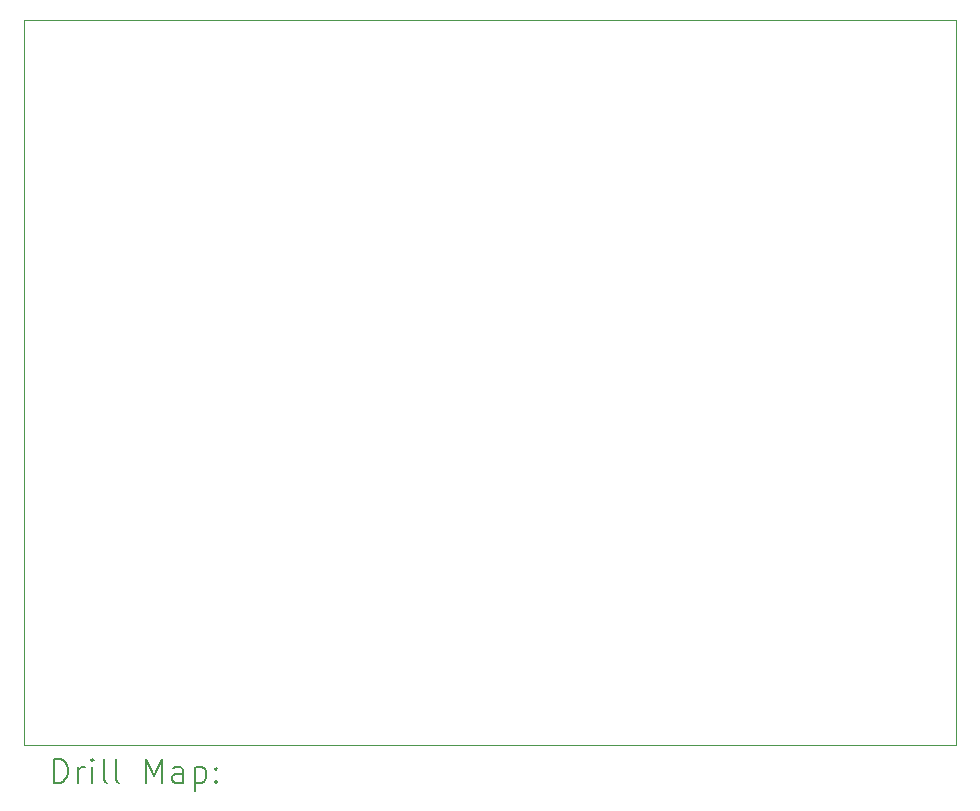
<source format=gbr>
%TF.GenerationSoftware,KiCad,Pcbnew,7.0.8*%
%TF.CreationDate,2024-03-08T20:36:31-08:00*%
%TF.ProjectId,solar_charger,736f6c61-725f-4636-9861-726765722e6b,rev?*%
%TF.SameCoordinates,Original*%
%TF.FileFunction,Drillmap*%
%TF.FilePolarity,Positive*%
%FSLAX45Y45*%
G04 Gerber Fmt 4.5, Leading zero omitted, Abs format (unit mm)*
G04 Created by KiCad (PCBNEW 7.0.8) date 2024-03-08 20:36:31*
%MOMM*%
%LPD*%
G01*
G04 APERTURE LIST*
%ADD10C,0.100000*%
%ADD11C,0.200000*%
G04 APERTURE END LIST*
D10*
X9900900Y-3657600D02*
X17792700Y-3657600D01*
X17792700Y-9796800D01*
X9900900Y-9796800D01*
X9900900Y-3657600D01*
D11*
X10156677Y-10113284D02*
X10156677Y-9913284D01*
X10156677Y-9913284D02*
X10204296Y-9913284D01*
X10204296Y-9913284D02*
X10232867Y-9922808D01*
X10232867Y-9922808D02*
X10251915Y-9941855D01*
X10251915Y-9941855D02*
X10261439Y-9960903D01*
X10261439Y-9960903D02*
X10270963Y-9998998D01*
X10270963Y-9998998D02*
X10270963Y-10027570D01*
X10270963Y-10027570D02*
X10261439Y-10065665D01*
X10261439Y-10065665D02*
X10251915Y-10084712D01*
X10251915Y-10084712D02*
X10232867Y-10103760D01*
X10232867Y-10103760D02*
X10204296Y-10113284D01*
X10204296Y-10113284D02*
X10156677Y-10113284D01*
X10356677Y-10113284D02*
X10356677Y-9979950D01*
X10356677Y-10018046D02*
X10366201Y-9998998D01*
X10366201Y-9998998D02*
X10375724Y-9989474D01*
X10375724Y-9989474D02*
X10394772Y-9979950D01*
X10394772Y-9979950D02*
X10413820Y-9979950D01*
X10480486Y-10113284D02*
X10480486Y-9979950D01*
X10480486Y-9913284D02*
X10470963Y-9922808D01*
X10470963Y-9922808D02*
X10480486Y-9932331D01*
X10480486Y-9932331D02*
X10490010Y-9922808D01*
X10490010Y-9922808D02*
X10480486Y-9913284D01*
X10480486Y-9913284D02*
X10480486Y-9932331D01*
X10604296Y-10113284D02*
X10585248Y-10103760D01*
X10585248Y-10103760D02*
X10575724Y-10084712D01*
X10575724Y-10084712D02*
X10575724Y-9913284D01*
X10709058Y-10113284D02*
X10690010Y-10103760D01*
X10690010Y-10103760D02*
X10680486Y-10084712D01*
X10680486Y-10084712D02*
X10680486Y-9913284D01*
X10937629Y-10113284D02*
X10937629Y-9913284D01*
X10937629Y-9913284D02*
X11004296Y-10056141D01*
X11004296Y-10056141D02*
X11070963Y-9913284D01*
X11070963Y-9913284D02*
X11070963Y-10113284D01*
X11251915Y-10113284D02*
X11251915Y-10008522D01*
X11251915Y-10008522D02*
X11242391Y-9989474D01*
X11242391Y-9989474D02*
X11223343Y-9979950D01*
X11223343Y-9979950D02*
X11185248Y-9979950D01*
X11185248Y-9979950D02*
X11166201Y-9989474D01*
X11251915Y-10103760D02*
X11232867Y-10113284D01*
X11232867Y-10113284D02*
X11185248Y-10113284D01*
X11185248Y-10113284D02*
X11166201Y-10103760D01*
X11166201Y-10103760D02*
X11156677Y-10084712D01*
X11156677Y-10084712D02*
X11156677Y-10065665D01*
X11156677Y-10065665D02*
X11166201Y-10046617D01*
X11166201Y-10046617D02*
X11185248Y-10037093D01*
X11185248Y-10037093D02*
X11232867Y-10037093D01*
X11232867Y-10037093D02*
X11251915Y-10027570D01*
X11347153Y-9979950D02*
X11347153Y-10179950D01*
X11347153Y-9989474D02*
X11366201Y-9979950D01*
X11366201Y-9979950D02*
X11404296Y-9979950D01*
X11404296Y-9979950D02*
X11423343Y-9989474D01*
X11423343Y-9989474D02*
X11432867Y-9998998D01*
X11432867Y-9998998D02*
X11442391Y-10018046D01*
X11442391Y-10018046D02*
X11442391Y-10075189D01*
X11442391Y-10075189D02*
X11432867Y-10094236D01*
X11432867Y-10094236D02*
X11423343Y-10103760D01*
X11423343Y-10103760D02*
X11404296Y-10113284D01*
X11404296Y-10113284D02*
X11366201Y-10113284D01*
X11366201Y-10113284D02*
X11347153Y-10103760D01*
X11528105Y-10094236D02*
X11537629Y-10103760D01*
X11537629Y-10103760D02*
X11528105Y-10113284D01*
X11528105Y-10113284D02*
X11518582Y-10103760D01*
X11518582Y-10103760D02*
X11528105Y-10094236D01*
X11528105Y-10094236D02*
X11528105Y-10113284D01*
X11528105Y-9989474D02*
X11537629Y-9998998D01*
X11537629Y-9998998D02*
X11528105Y-10008522D01*
X11528105Y-10008522D02*
X11518582Y-9998998D01*
X11518582Y-9998998D02*
X11528105Y-9989474D01*
X11528105Y-9989474D02*
X11528105Y-10008522D01*
M02*

</source>
